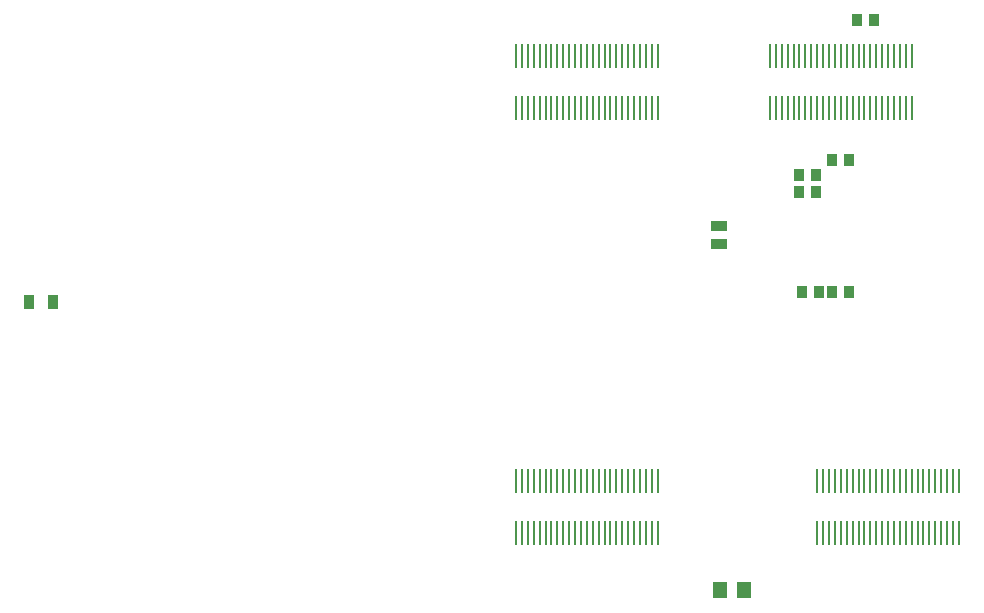
<source format=gbr>
%TF.GenerationSoftware,Altium Limited,Altium Designer,22.2.1 (43)*%
G04 Layer_Color=128*
%FSLAX45Y45*%
%MOMM*%
%TF.SameCoordinates,3546A09D-0AB3-465C-A5BE-671B47EBA127*%
%TF.FilePolarity,Positive*%
%TF.FileFunction,Paste,Bot*%
%TF.Part,Single*%
G01*
G75*
%TA.AperFunction,SMDPad,CuDef*%
%ADD28R,1.35000X0.95000*%
%ADD30R,1.20000X1.45000*%
%TA.AperFunction,ConnectorPad*%
%ADD67R,0.95000X1.05000*%
%TA.AperFunction,SMDPad,CuDef*%
%ADD68R,0.24994X2.00000*%
%ADD69R,0.95000X1.05000*%
%ADD70R,0.95620X1.20620*%
D28*
X8820000Y5740000D02*
D03*
Y5590000D02*
D03*
D30*
X8828560Y2659060D02*
D03*
X9028560D02*
D03*
D67*
X10132500Y7480000D02*
D03*
X9987500D02*
D03*
D68*
X9250007Y7180015D02*
D03*
X9300019D02*
D03*
X9350007D02*
D03*
X9400019D02*
D03*
X9450006D02*
D03*
X9500019D02*
D03*
X9550006D02*
D03*
X9600019D02*
D03*
X9650006D02*
D03*
X9700019D02*
D03*
X9750006D02*
D03*
X9800019D02*
D03*
X10450005D02*
D03*
X10400017D02*
D03*
X10350005D02*
D03*
X10300017D02*
D03*
X10250005D02*
D03*
X10200018D02*
D03*
X10150005D02*
D03*
X10100018D02*
D03*
X10050005D02*
D03*
X10000018D02*
D03*
X9950005D02*
D03*
X9900018D02*
D03*
X9850006D02*
D03*
X10450005Y6740011D02*
D03*
X10400017D02*
D03*
X10350005D02*
D03*
X10300017D02*
D03*
X10250005D02*
D03*
X10200018D02*
D03*
X10150005D02*
D03*
X10100018D02*
D03*
X10050005D02*
D03*
X10000018D02*
D03*
X9950005D02*
D03*
X9900018D02*
D03*
X9250007D02*
D03*
X9300019D02*
D03*
X9350007D02*
D03*
X9400019D02*
D03*
X9450006D02*
D03*
X9500019D02*
D03*
X9550006D02*
D03*
X9600019D02*
D03*
X9650006D02*
D03*
X9700019D02*
D03*
X9750006D02*
D03*
X9800019D02*
D03*
X9850006D02*
D03*
X7100024Y7180015D02*
D03*
X7150011D02*
D03*
X7200024D02*
D03*
X7250011D02*
D03*
X7300024D02*
D03*
X7350011D02*
D03*
X7400023D02*
D03*
X7450010D02*
D03*
X7500023D02*
D03*
X7550010D02*
D03*
X7600023D02*
D03*
X7650010D02*
D03*
X8300021D02*
D03*
X8250009D02*
D03*
X8200022D02*
D03*
X8150009D02*
D03*
X8100022D02*
D03*
X8050009D02*
D03*
X8000022D02*
D03*
X7950010D02*
D03*
X7900022D02*
D03*
X7850010D02*
D03*
X7800023D02*
D03*
X7750010D02*
D03*
X7700023D02*
D03*
X8300021Y6740011D02*
D03*
X8250009D02*
D03*
X8200022D02*
D03*
X8150009D02*
D03*
X8100022D02*
D03*
X8050009D02*
D03*
X8000022D02*
D03*
X7950010D02*
D03*
X7900022D02*
D03*
X7850010D02*
D03*
X7800023D02*
D03*
X7750010D02*
D03*
X7100024D02*
D03*
X7150011D02*
D03*
X7200024D02*
D03*
X7250011D02*
D03*
X7300024D02*
D03*
X7350011D02*
D03*
X7400023D02*
D03*
X7450010D02*
D03*
X7500023D02*
D03*
X7550010D02*
D03*
X7600023D02*
D03*
X7650010D02*
D03*
X7700023D02*
D03*
X9650006Y3580022D02*
D03*
X9700019D02*
D03*
X9750006D02*
D03*
X9800019D02*
D03*
X9850006D02*
D03*
X9900018D02*
D03*
X9950005D02*
D03*
X10000018D02*
D03*
X10050005D02*
D03*
X10100018D02*
D03*
X10150005D02*
D03*
X10200018D02*
D03*
X10850004D02*
D03*
X10800016D02*
D03*
X10750004D02*
D03*
X10700017D02*
D03*
X10650004D02*
D03*
X10600017D02*
D03*
X10550004D02*
D03*
X10500017D02*
D03*
X10450005D02*
D03*
X10400017D02*
D03*
X10350005D02*
D03*
X10300017D02*
D03*
X10250005D02*
D03*
X10850004Y3140018D02*
D03*
X10800016D02*
D03*
X10750004D02*
D03*
X10700017D02*
D03*
X10650004D02*
D03*
X10600017D02*
D03*
X10550004D02*
D03*
X10500017D02*
D03*
X10450005D02*
D03*
X10400017D02*
D03*
X10350005D02*
D03*
X10300017D02*
D03*
X9650006D02*
D03*
X9700019D02*
D03*
X9750006D02*
D03*
X9800019D02*
D03*
X9850006D02*
D03*
X9900018D02*
D03*
X9950005D02*
D03*
X10000018D02*
D03*
X10050005D02*
D03*
X10100018D02*
D03*
X10150005D02*
D03*
X10200018D02*
D03*
X10250005D02*
D03*
X7100024Y3580022D02*
D03*
X7150011D02*
D03*
X7200024D02*
D03*
X7250011D02*
D03*
X7300024D02*
D03*
X7350011D02*
D03*
X7400023D02*
D03*
X7450010D02*
D03*
X7500023D02*
D03*
X7550010D02*
D03*
X7600023D02*
D03*
X7650010D02*
D03*
X8300021D02*
D03*
X8250009D02*
D03*
X8200022D02*
D03*
X8150009D02*
D03*
X8100022D02*
D03*
X8050009D02*
D03*
X8000022D02*
D03*
X7950010D02*
D03*
X7900022D02*
D03*
X7850010D02*
D03*
X7800023D02*
D03*
X7750010D02*
D03*
X7700023D02*
D03*
X8300021Y3140018D02*
D03*
X8250009D02*
D03*
X8200022D02*
D03*
X8150009D02*
D03*
X8100022D02*
D03*
X8050009D02*
D03*
X8000022D02*
D03*
X7950010D02*
D03*
X7900022D02*
D03*
X7850010D02*
D03*
X7800023D02*
D03*
X7750010D02*
D03*
X7100024D02*
D03*
X7150011D02*
D03*
X7200024D02*
D03*
X7250011D02*
D03*
X7300024D02*
D03*
X7350011D02*
D03*
X7400023D02*
D03*
X7450010D02*
D03*
X7500023D02*
D03*
X7550010D02*
D03*
X7600023D02*
D03*
X7650010D02*
D03*
X7700023D02*
D03*
D69*
X9497500Y6170000D02*
D03*
X9642500D02*
D03*
X9497500Y6030000D02*
D03*
X9642500D02*
D03*
X9518811Y5181272D02*
D03*
X9663812D02*
D03*
X9777500Y6300000D02*
D03*
X9922500D02*
D03*
X9777500Y5180000D02*
D03*
X9922500D02*
D03*
D70*
X2977500Y5100000D02*
D03*
X3182500Y5100000D02*
D03*
%TF.MD5,14e2eb5f3c86ba4f6c09c39ed5e6da65*%
M02*

</source>
